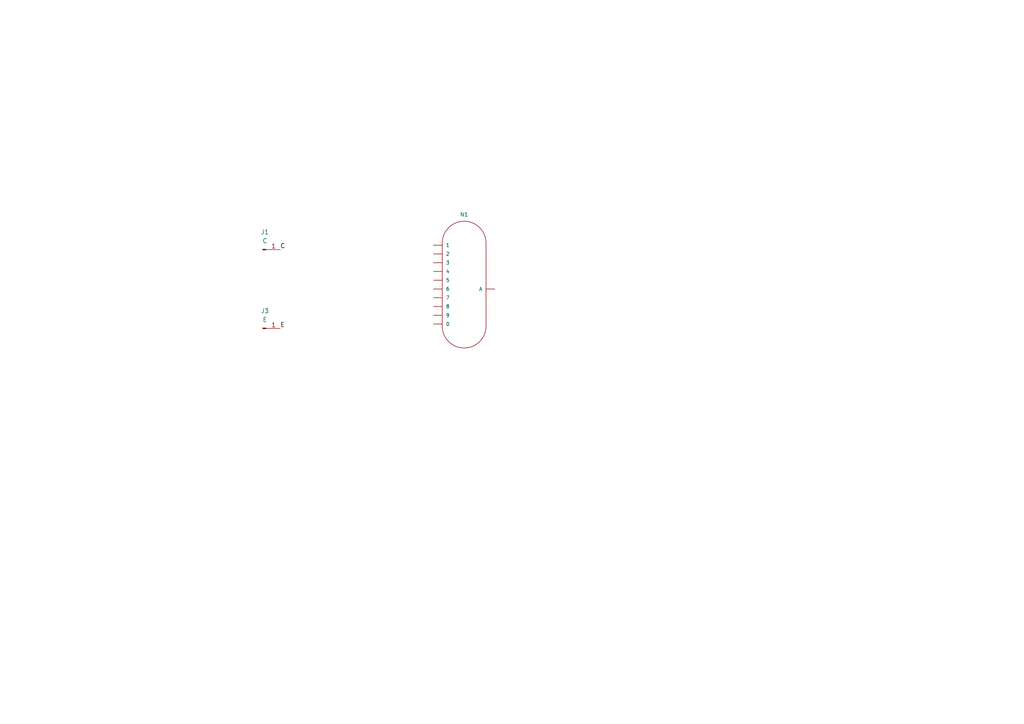
<source format=kicad_sch>
(kicad_sch (version 20230121) (generator eeschema)
  (paper "A4")
  (lib_symbols
    (symbol "Connector:Conn_01x01_Pin" (pin_names (offset 1.016) hide)
      (property "Reference" "J" (at 0 2.54 0))
      (property "Value" "Conn_01x01_Pin" (at 0 -2.54 0))
      (symbol "Conn_01x01_Pin_1_1"
        (polyline (pts (xy 1.27 0) (xy 0.8636 0)) (stroke (width 0.1524)))
        (rectangle (start 0.8636 0.127) (end 0 -0.127) (stroke (width 0.1524)) (fill (type outline)))
        (pin passive line (at 5.08 0 180) (length 3.81) (name "Pin_1") (number "1"))
      )
    )
    (symbol "nixies-us:IN-4" (pin_numbers hide) (pin_names (offset 1.016))
      (property "Reference" "N" (at -5.715 20.955 0))
      (symbol "IN-4_1_0"
        (polyline (pts (xy -7.62 -10.795) (xy -7.62 13.335)))
        (polyline (pts (xy 5.08 -10.795) (xy 5.08 13.335)))
      )
      (symbol "IN-4_1_1"
        (arc (start -7.62 -10.795) (mid -1.27 -17.1174) (end 5.08 -10.795))
        (arc (start 5.08 13.335) (mid -1.27 19.6574) (end -7.62 13.335))
        (pin bidirectional line (at -10.16 -10.16 0) (length 2.54) (name "0") (number "0"))
        (pin bidirectional line (at -10.16 12.7 0) (length 2.54) (name "1") (number "1"))
        (pin bidirectional line (at -10.16 10.16 0) (length 2.54) (name "2") (number "2"))
        (pin bidirectional line (at -10.16 7.62 0) (length 2.54) (name "3") (number "3"))
        (pin bidirectional line (at -10.16 5.08 0) (length 2.54) (name "4") (number "4"))
        (pin bidirectional line (at -10.16 2.54 0) (length 2.54) (name "5") (number "5"))
        (pin bidirectional line (at -10.16 0 0) (length 2.54) (name "6") (number "6"))
        (pin bidirectional line (at -10.16 -2.54 0) (length 2.54) (name "7") (number "7"))
        (pin bidirectional line (at -10.16 -5.08 0) (length 2.54) (name "8") (number "8"))
        (pin bidirectional line (at -10.16 -7.62 0) (length 2.54) (name "9") (number "9"))
        (pin bidirectional line (at 7.62 0 180) (length 2.54) (name "A") (number "A3"))
      )
    )
  )
  (label "C" (at 81.28 72.39 0))
  (label "E" (at 81.28 95.25 0))
  (symbol (lib_id "nixies-us:IN-4") (at 135.89 83.82 0) (unit 1)
    (property "Reference" "N1" (at 134.62 62.23 0) (effects (font (size 1.143 1.143))))
    (property "Value" "IN-4" (effects hide))
    (property "Footprint" "nixies-us_IN-4-DSUB" (effects hide))
  )
  (symbol (lib_id "Connector:Conn_01x01_Pin") (at 76.2 95.25 0) (unit 1)
    (property "Reference" "J3" (at 76.835 90.17 0))
    (property "Value" "E" (at 76.835 92.71 0))
    (property "Footprint" "MountingHole:MountingHole_4mm_Pad_TopBottom" (effects hide))
  )
  (symbol (lib_id "Connector:Conn_01x01_Pin") (at 76.2 72.39 0) (unit 1)
    (property "Reference" "J1" (at 76.835 67.31 0))
    (property "Value" "C" (at 76.835 69.85 0))
    (property "Footprint" "MountingHole:MountingHole_4mm_Pad_TopBottom" (effects hide))
  )
)
</source>
